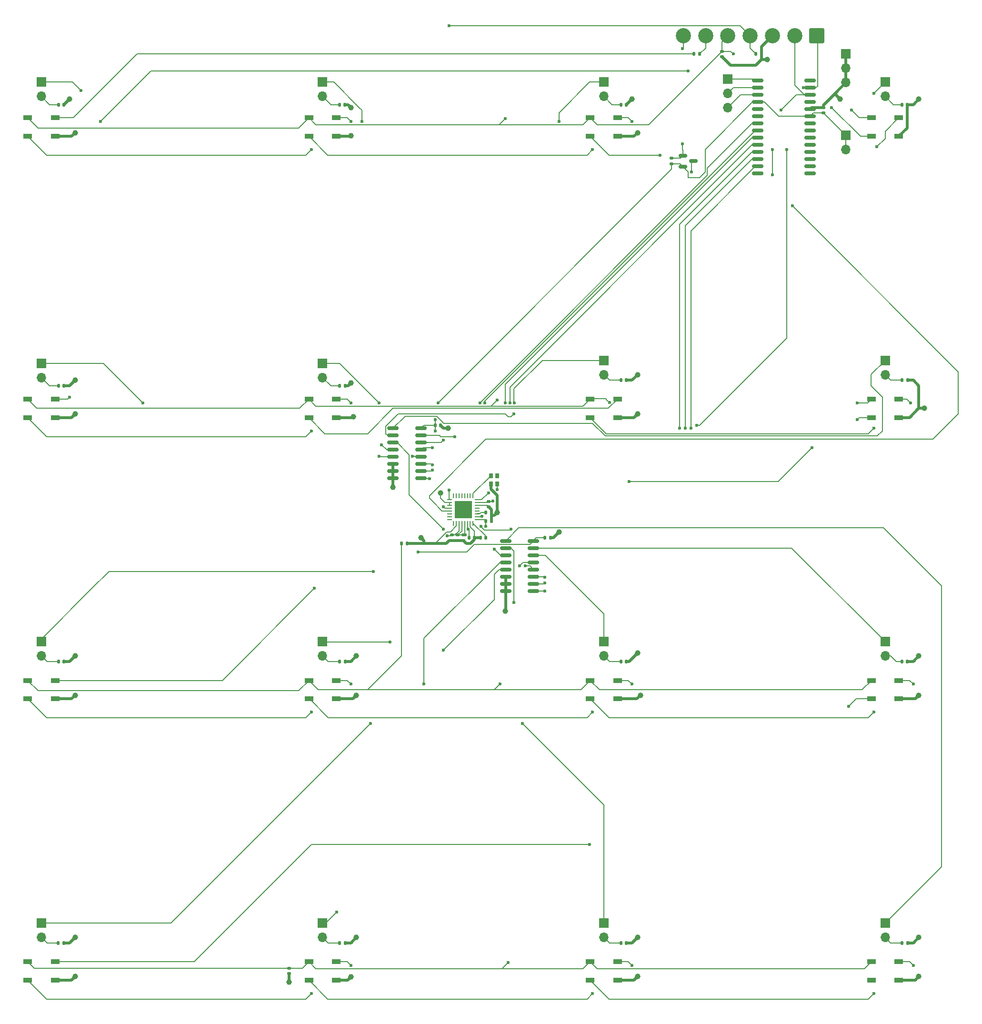
<source format=gbr>
%TF.GenerationSoftware,KiCad,Pcbnew,9.0.0*%
%TF.CreationDate,2025-03-24T06:03:53+01:00*%
%TF.ProjectId,PCB_Chessboard,5043425f-4368-4657-9373-626f6172642e,rev?*%
%TF.SameCoordinates,Original*%
%TF.FileFunction,Copper,L1,Top*%
%TF.FilePolarity,Positive*%
%FSLAX46Y46*%
G04 Gerber Fmt 4.6, Leading zero omitted, Abs format (unit mm)*
G04 Created by KiCad (PCBNEW 9.0.0) date 2025-03-24 06:03:53*
%MOMM*%
%LPD*%
G01*
G04 APERTURE LIST*
G04 Aperture macros list*
%AMRoundRect*
0 Rectangle with rounded corners*
0 $1 Rounding radius*
0 $2 $3 $4 $5 $6 $7 $8 $9 X,Y pos of 4 corners*
0 Add a 4 corners polygon primitive as box body*
4,1,4,$2,$3,$4,$5,$6,$7,$8,$9,$2,$3,0*
0 Add four circle primitives for the rounded corners*
1,1,$1+$1,$2,$3*
1,1,$1+$1,$4,$5*
1,1,$1+$1,$6,$7*
1,1,$1+$1,$8,$9*
0 Add four rect primitives between the rounded corners*
20,1,$1+$1,$2,$3,$4,$5,0*
20,1,$1+$1,$4,$5,$6,$7,0*
20,1,$1+$1,$6,$7,$8,$9,0*
20,1,$1+$1,$8,$9,$2,$3,0*%
G04 Aperture macros list end*
%TA.AperFunction,SMDPad,CuDef*%
%ADD10RoundRect,0.140000X0.140000X0.170000X-0.140000X0.170000X-0.140000X-0.170000X0.140000X-0.170000X0*%
%TD*%
%TA.AperFunction,SMDPad,CuDef*%
%ADD11RoundRect,0.140000X0.170000X-0.140000X0.170000X0.140000X-0.170000X0.140000X-0.170000X-0.140000X0*%
%TD*%
%TA.AperFunction,ComponentPad*%
%ADD12R,1.700000X1.700000*%
%TD*%
%TA.AperFunction,ComponentPad*%
%ADD13O,1.700000X1.700000*%
%TD*%
%TA.AperFunction,SMDPad,CuDef*%
%ADD14RoundRect,0.090000X-0.660000X-0.360000X0.660000X-0.360000X0.660000X0.360000X-0.660000X0.360000X0*%
%TD*%
%TA.AperFunction,SMDPad,CuDef*%
%ADD15RoundRect,0.140000X-0.140000X-0.170000X0.140000X-0.170000X0.140000X0.170000X-0.140000X0.170000X0*%
%TD*%
%TA.AperFunction,SMDPad,CuDef*%
%ADD16RoundRect,0.140000X-0.170000X0.140000X-0.170000X-0.140000X0.170000X-0.140000X0.170000X0.140000X0*%
%TD*%
%TA.AperFunction,SMDPad,CuDef*%
%ADD17RoundRect,0.150000X-0.825000X-0.150000X0.825000X-0.150000X0.825000X0.150000X-0.825000X0.150000X0*%
%TD*%
%TA.AperFunction,SMDPad,CuDef*%
%ADD18RoundRect,0.135000X0.135000X0.185000X-0.135000X0.185000X-0.135000X-0.185000X0.135000X-0.185000X0*%
%TD*%
%TA.AperFunction,ComponentPad*%
%ADD19RoundRect,0.250001X1.099999X1.099999X-1.099999X1.099999X-1.099999X-1.099999X1.099999X-1.099999X0*%
%TD*%
%TA.AperFunction,ComponentPad*%
%ADD20C,2.700000*%
%TD*%
%TA.AperFunction,SMDPad,CuDef*%
%ADD21R,0.800000X0.900000*%
%TD*%
%TA.AperFunction,SMDPad,CuDef*%
%ADD22RoundRect,0.062500X-0.375000X-0.062500X0.375000X-0.062500X0.375000X0.062500X-0.375000X0.062500X0*%
%TD*%
%TA.AperFunction,SMDPad,CuDef*%
%ADD23RoundRect,0.062500X-0.062500X-0.375000X0.062500X-0.375000X0.062500X0.375000X-0.062500X0.375000X0*%
%TD*%
%TA.AperFunction,HeatsinkPad*%
%ADD24R,3.100000X3.100000*%
%TD*%
%TA.AperFunction,SMDPad,CuDef*%
%ADD25RoundRect,0.150000X-0.587500X-0.150000X0.587500X-0.150000X0.587500X0.150000X-0.587500X0.150000X0*%
%TD*%
%TA.AperFunction,SMDPad,CuDef*%
%ADD26RoundRect,0.135000X-0.185000X0.135000X-0.185000X-0.135000X0.185000X-0.135000X0.185000X0.135000X0*%
%TD*%
%TA.AperFunction,SMDPad,CuDef*%
%ADD27RoundRect,0.150000X0.875000X0.150000X-0.875000X0.150000X-0.875000X-0.150000X0.875000X-0.150000X0*%
%TD*%
%TA.AperFunction,ViaPad*%
%ADD28C,0.600000*%
%TD*%
%TA.AperFunction,ViaPad*%
%ADD29C,1.000000*%
%TD*%
%TA.AperFunction,Conductor*%
%ADD30C,0.200000*%
%TD*%
%TA.AperFunction,Conductor*%
%ADD31C,0.500000*%
%TD*%
G04 APERTURE END LIST*
D10*
%TO.P,C17,1*%
%TO.N,GND*%
X104980000Y-100500000D03*
%TO.P,C17,2*%
%TO.N,Net-(U1-VMID)*%
X104020000Y-100500000D03*
%TD*%
D11*
%TO.P,C2,2*%
%TO.N,GND*%
X164000000Y-28520000D03*
%TO.P,C2,1*%
%TO.N,+3.3V*%
X164000000Y-29480000D03*
%TD*%
D12*
%TO.P,J17,1,Pin_1*%
%TO.N,ANT16+*%
X175000000Y-173460000D03*
D13*
%TO.P,J17,2,Pin_2*%
%TO.N,Net-(J17-Pin_2)*%
X175000000Y-176000000D03*
%TD*%
D12*
%TO.P,J4,1,Pin_1*%
%TO.N,ANT3+*%
X125000000Y-24000000D03*
D13*
%TO.P,J4,2,Pin_2*%
%TO.N,Net-(J4-Pin_2)*%
X125000000Y-26540000D03*
%TD*%
D12*
%TO.P,J18,1,Pin_1*%
%TO.N,+3.3V*%
X168000000Y-33460000D03*
D13*
%TO.P,J18,2,Pin_2*%
X168000000Y-36000000D03*
%TD*%
D14*
%TO.P,D18,1,VDD*%
%TO.N,+5V*%
X72550000Y-30350000D03*
%TO.P,D18,2,DOUT*%
%TO.N,Net-(D18-DOUT)*%
X72550000Y-33650000D03*
%TO.P,D18,3,VSS*%
%TO.N,GND*%
X77450000Y-33650000D03*
%TO.P,D18,4,DIN*%
%TO.N,Net-(D17-DOUT)*%
X77450000Y-30350000D03*
%TD*%
D15*
%TO.P,C20,1*%
%TO.N,Net-(J5-Pin_2)*%
X178000000Y-28000000D03*
%TO.P,C20,2*%
%TO.N,GND*%
X178960000Y-28000000D03*
%TD*%
D12*
%TO.P,J5,1,Pin_1*%
%TO.N,ANT4+*%
X175000000Y-24000000D03*
D13*
%TO.P,J5,2,Pin_2*%
%TO.N,Net-(J5-Pin_2)*%
X175000000Y-26540000D03*
%TD*%
D15*
%TO.P,C24,1*%
%TO.N,Net-(J9-Pin_2)*%
X178040000Y-77000000D03*
%TO.P,C24,2*%
%TO.N,GND*%
X179000000Y-77000000D03*
%TD*%
%TO.P,C27,1*%
%TO.N,Net-(J12-Pin_2)*%
X128040000Y-127000000D03*
%TO.P,C27,2*%
%TO.N,GND*%
X129000000Y-127000000D03*
%TD*%
%TO.P,C22,1*%
%TO.N,Net-(J7-Pin_2)*%
X78040000Y-78000000D03*
%TO.P,C22,2*%
%TO.N,GND*%
X79000000Y-78000000D03*
%TD*%
D12*
%TO.P,J2,1,Pin_1*%
%TO.N,ANT1+*%
X25000000Y-24000000D03*
D13*
%TO.P,J2,2,Pin_2*%
%TO.N,Net-(J2-Pin_2)*%
X25000000Y-26540000D03*
%TD*%
D15*
%TO.P,C32,1*%
%TO.N,Net-(J17-Pin_2)*%
X178040000Y-177000000D03*
%TO.P,C32,2*%
%TO.N,GND*%
X179000000Y-177000000D03*
%TD*%
D16*
%TO.P,C9,1*%
%TO.N,+5V*%
X146000000Y-18520000D03*
%TO.P,C9,2*%
%TO.N,GND*%
X146000000Y-19480000D03*
%TD*%
D17*
%TO.P,U5,1,X7*%
%TO.N,ANT8+*%
X87525000Y-85555000D03*
%TO.P,U5,2,X6*%
%TO.N,ANT7+*%
X87525000Y-86825000D03*
%TO.P,U5,3,COM*%
%TO.N,CLRC663.TX1*%
X87525000Y-88095000D03*
%TO.P,U5,4,X5*%
%TO.N,ANT6+*%
X87525000Y-89365000D03*
%TO.P,U5,5,X4*%
%TO.N,ANT5+*%
X87525000Y-90635000D03*
%TO.P,U5,6,INH*%
%TO.N,GND*%
X87525000Y-91905000D03*
%TO.P,U5,7,VEE*%
X87525000Y-93175000D03*
%TO.P,U5,8,VSS*%
X87525000Y-94445000D03*
%TO.P,U5,9,C*%
%TO.N,MCP23017.GPA2*%
X92475000Y-94445000D03*
%TO.P,U5,10,B*%
%TO.N,MCP23017.GPA1*%
X92475000Y-93175000D03*
%TO.P,U5,11,A*%
%TO.N,MCP23017.GPA0*%
X92475000Y-91905000D03*
%TO.P,U5,12,X0*%
%TO.N,ANT1+*%
X92475000Y-90635000D03*
%TO.P,U5,13,X1*%
%TO.N,ANT2+*%
X92475000Y-89365000D03*
%TO.P,U5,14,X2*%
%TO.N,ANT3+*%
X92475000Y-88095000D03*
%TO.P,U5,15,X3*%
%TO.N,ANT4+*%
X92475000Y-86825000D03*
%TO.P,U5,16,VCC*%
%TO.N,+3.3V*%
X92475000Y-85555000D03*
%TD*%
D12*
%TO.P,J9,1,Pin_1*%
%TO.N,ANT8+*%
X175000000Y-73460000D03*
D13*
%TO.P,J9,2,Pin_2*%
%TO.N,Net-(J9-Pin_2)*%
X175000000Y-76000000D03*
%TD*%
D14*
%TO.P,D19,1,VDD*%
%TO.N,+5V*%
X122550000Y-30350000D03*
%TO.P,D19,2,DOUT*%
%TO.N,Net-(D19-DOUT)*%
X122550000Y-33650000D03*
%TO.P,D19,3,VSS*%
%TO.N,GND*%
X127450000Y-33650000D03*
%TO.P,D19,4,DIN*%
%TO.N,Net-(D18-DOUT)*%
X127450000Y-30350000D03*
%TD*%
D15*
%TO.P,C7,1*%
%TO.N,+5V*%
X89040000Y-106000000D03*
%TO.P,C7,2*%
%TO.N,GND*%
X90000000Y-106000000D03*
%TD*%
%TO.P,C6,1*%
%TO.N,Net-(J4-Pin_2)*%
X128040000Y-28000000D03*
%TO.P,C6,2*%
%TO.N,GND*%
X129000000Y-28000000D03*
%TD*%
D12*
%TO.P,J7,1,Pin_1*%
%TO.N,ANT6+*%
X75000000Y-74000000D03*
D13*
%TO.P,J7,2,Pin_2*%
%TO.N,Net-(J7-Pin_2)*%
X75000000Y-76540000D03*
%TD*%
D14*
%TO.P,D17,1,VDD*%
%TO.N,+5V*%
X22550000Y-30350000D03*
%TO.P,D17,2,DOUT*%
%TO.N,Net-(D17-DOUT)*%
X22550000Y-33650000D03*
%TO.P,D17,3,VSS*%
%TO.N,GND*%
X27450000Y-33650000D03*
%TO.P,D17,4,DIN*%
%TO.N,Net-(D17-DIN)*%
X27450000Y-30350000D03*
%TD*%
%TO.P,D30,1,VDD*%
%TO.N,+5V*%
X72550000Y-180350000D03*
%TO.P,D30,2,DOUT*%
%TO.N,Net-(D30-DOUT)*%
X72550000Y-183650000D03*
%TO.P,D30,3,VSS*%
%TO.N,GND*%
X77450000Y-183650000D03*
%TO.P,D30,4,DIN*%
%TO.N,Net-(D29-DOUT)*%
X77450000Y-180350000D03*
%TD*%
D12*
%TO.P,J19,1,Pin_1*%
%TO.N,GND*%
X168000000Y-19000000D03*
D13*
%TO.P,J19,2,Pin_2*%
X168000000Y-21540000D03*
%TO.P,J19,3,Pin_3*%
X168000000Y-24080000D03*
%TD*%
D10*
%TO.P,C10,1*%
%TO.N,GND*%
X115480000Y-105000000D03*
%TO.P,C10,2*%
%TO.N,+3.3V*%
X114520000Y-105000000D03*
%TD*%
D18*
%TO.P,R2,1*%
%TO.N,LED.DIN*%
X142020000Y-19000000D03*
%TO.P,R2,2*%
%TO.N,Net-(D17-DIN)*%
X141000000Y-19000000D03*
%TD*%
D14*
%TO.P,D20,1,VDD*%
%TO.N,+5V*%
X172550000Y-30350000D03*
%TO.P,D20,2,DOUT*%
%TO.N,Net-(D20-DOUT)*%
X172550000Y-33650000D03*
%TO.P,D20,3,VSS*%
%TO.N,GND*%
X177450000Y-33650000D03*
%TO.P,D20,4,DIN*%
%TO.N,Net-(D19-DOUT)*%
X177450000Y-30350000D03*
%TD*%
%TO.P,D27,1,VDD*%
%TO.N,+5V*%
X122550000Y-130350000D03*
%TO.P,D27,2,DOUT*%
%TO.N,Net-(D27-DOUT)*%
X122550000Y-133650000D03*
%TO.P,D27,3,VSS*%
%TO.N,GND*%
X127450000Y-133650000D03*
%TO.P,D27,4,DIN*%
%TO.N,Net-(D26-DOUT)*%
X127450000Y-130350000D03*
%TD*%
D12*
%TO.P,J11,1,Pin_1*%
%TO.N,ANT10+*%
X75000000Y-123460000D03*
D13*
%TO.P,J11,2,Pin_2*%
%TO.N,Net-(J11-Pin_2)*%
X75000000Y-126000000D03*
%TD*%
D12*
%TO.P,J12,1,Pin_1*%
%TO.N,ANT11+*%
X125000000Y-123460000D03*
D13*
%TO.P,J12,2,Pin_2*%
%TO.N,Net-(J12-Pin_2)*%
X125000000Y-126000000D03*
%TD*%
D14*
%TO.P,D29,1,VDD*%
%TO.N,+5V*%
X22550000Y-180350000D03*
%TO.P,D29,2,DOUT*%
%TO.N,Net-(D29-DOUT)*%
X22550000Y-183650000D03*
%TO.P,D29,3,VSS*%
%TO.N,GND*%
X27450000Y-183650000D03*
%TO.P,D29,4,DIN*%
%TO.N,Net-(D28-DOUT)*%
X27450000Y-180350000D03*
%TD*%
D12*
%TO.P,J10,1,Pin_1*%
%TO.N,ANT9+*%
X25000000Y-123460000D03*
D13*
%TO.P,J10,2,Pin_2*%
%TO.N,Net-(J10-Pin_2)*%
X25000000Y-126000000D03*
%TD*%
D12*
%TO.P,J15,1,Pin_1*%
%TO.N,ANT14+*%
X75000000Y-173460000D03*
D13*
%TO.P,J15,2,Pin_2*%
%TO.N,Net-(J15-Pin_2)*%
X75000000Y-176000000D03*
%TD*%
D11*
%TO.P,C13,1*%
%TO.N,GND*%
X100000000Y-105480000D03*
%TO.P,C13,2*%
%TO.N,CLRC663.ALIM*%
X100000000Y-104520000D03*
%TD*%
D15*
%TO.P,C5,1*%
%TO.N,Net-(J3-Pin_2)*%
X78000000Y-28000000D03*
%TO.P,C5,2*%
%TO.N,GND*%
X78960000Y-28000000D03*
%TD*%
D19*
%TO.P,JQ1,1,Pin_1*%
%TO.N,SDA*%
X162880000Y-15775000D03*
D20*
%TO.P,JQ1,2,Pin_2*%
%TO.N,SCL*%
X158920000Y-15775000D03*
%TO.P,JQ1,3,Pin_3*%
%TO.N,GND*%
X154960000Y-15775000D03*
%TO.P,JQ1,4,Pin_4*%
%TO.N,+3.3V*%
X151000000Y-15775000D03*
%TO.P,JQ1,5,Pin_5*%
%TO.N,+5V*%
X147040000Y-15775000D03*
%TO.P,JQ1,6,Pin_6*%
%TO.N,LED.DIN*%
X143080000Y-15775000D03*
%TO.P,JQ1,7,Pin_7*%
%TO.N,GPIOXX*%
X139120000Y-15775000D03*
%TD*%
D14*
%TO.P,D23,1,VDD*%
%TO.N,+5V*%
X122550000Y-80350000D03*
%TO.P,D23,2,DOUT*%
%TO.N,Net-(D23-DOUT)*%
X122550000Y-83650000D03*
%TO.P,D23,3,VSS*%
%TO.N,GND*%
X127450000Y-83650000D03*
%TO.P,D23,4,DIN*%
%TO.N,Net-(D22-DOUT)*%
X127450000Y-80350000D03*
%TD*%
D12*
%TO.P,J20,1,Pin_1*%
%TO.N,MCP23017.A0*%
X147000000Y-23475000D03*
D13*
%TO.P,J20,2,Pin_2*%
%TO.N,MCP23017.A1*%
X147000000Y-26015000D03*
%TO.P,J20,3,Pin_3*%
%TO.N,MCP23017.A2*%
X147000000Y-28555000D03*
%TD*%
D11*
%TO.P,C11,1*%
%TO.N,GND*%
X98000000Y-105480000D03*
%TO.P,C11,2*%
%TO.N,CLRC663.ALIM*%
X98000000Y-104520000D03*
%TD*%
D14*
%TO.P,D22,1,VDD*%
%TO.N,+5V*%
X72550000Y-80350000D03*
%TO.P,D22,2,DOUT*%
%TO.N,Net-(D22-DOUT)*%
X72550000Y-83650000D03*
%TO.P,D22,3,VSS*%
%TO.N,GND*%
X77450000Y-83650000D03*
%TO.P,D22,4,DIN*%
%TO.N,Net-(D21-DOUT)*%
X77450000Y-80350000D03*
%TD*%
%TO.P,D26,1,VDD*%
%TO.N,+5V*%
X72550000Y-130350000D03*
%TO.P,D26,2,DOUT*%
%TO.N,Net-(D26-DOUT)*%
X72550000Y-133650000D03*
%TO.P,D26,3,VSS*%
%TO.N,GND*%
X77450000Y-133650000D03*
%TO.P,D26,4,DIN*%
%TO.N,Net-(D25-DOUT)*%
X77450000Y-130350000D03*
%TD*%
D15*
%TO.P,C28,1*%
%TO.N,Net-(J13-Pin_2)*%
X178000000Y-127000000D03*
%TO.P,C28,2*%
%TO.N,GND*%
X178960000Y-127000000D03*
%TD*%
D16*
%TO.P,C8,1*%
%TO.N,+5V*%
X69000000Y-181520000D03*
%TO.P,C8,2*%
%TO.N,GND*%
X69000000Y-182480000D03*
%TD*%
D12*
%TO.P,J16,1,Pin_1*%
%TO.N,ANT15+*%
X125000000Y-173460000D03*
D13*
%TO.P,J16,2,Pin_2*%
%TO.N,Net-(J16-Pin_2)*%
X125000000Y-176000000D03*
%TD*%
D15*
%TO.P,C31,1*%
%TO.N,Net-(J16-Pin_2)*%
X128040000Y-177000000D03*
%TO.P,C31,2*%
%TO.N,GND*%
X129000000Y-177000000D03*
%TD*%
%TO.P,C29,1*%
%TO.N,Net-(J14-Pin_2)*%
X28000000Y-177000000D03*
%TO.P,C29,2*%
%TO.N,GND*%
X28960000Y-177000000D03*
%TD*%
D10*
%TO.P,C3,1*%
%TO.N,GND*%
X153000000Y-19000000D03*
%TO.P,C3,2*%
%TO.N,+3.3V*%
X152040000Y-19000000D03*
%TD*%
%TO.P,C15,1*%
%TO.N,GND*%
X105000000Y-102000000D03*
%TO.P,C15,2*%
%TO.N,CLRC663.ALIM*%
X104040000Y-102000000D03*
%TD*%
D12*
%TO.P,J8,1,Pin_1*%
%TO.N,ANT7+*%
X125000000Y-73460000D03*
D13*
%TO.P,J8,2,Pin_2*%
%TO.N,Net-(J8-Pin_2)*%
X125000000Y-76000000D03*
%TD*%
D14*
%TO.P,D21,1,VDD*%
%TO.N,+5V*%
X22550000Y-80350000D03*
%TO.P,D21,2,DOUT*%
%TO.N,Net-(D21-DOUT)*%
X22550000Y-83650000D03*
%TO.P,D21,3,VSS*%
%TO.N,GND*%
X27450000Y-83650000D03*
%TO.P,D21,4,DIN*%
%TO.N,Net-(D20-DOUT)*%
X27450000Y-80350000D03*
%TD*%
%TO.P,D25,1,VDD*%
%TO.N,+5V*%
X22550000Y-130350000D03*
%TO.P,D25,2,DOUT*%
%TO.N,Net-(D25-DOUT)*%
X22550000Y-133650000D03*
%TO.P,D25,3,VSS*%
%TO.N,GND*%
X27450000Y-133650000D03*
%TO.P,D25,4,DIN*%
%TO.N,Net-(D24-DOUT)*%
X27450000Y-130350000D03*
%TD*%
D15*
%TO.P,C16,1*%
%TO.N,GND*%
X103040000Y-105000000D03*
%TO.P,C16,2*%
%TO.N,Net-(U1-TX2)*%
X104000000Y-105000000D03*
%TD*%
D12*
%TO.P,J3,1,Pin_1*%
%TO.N,ANT2+*%
X75000000Y-24000000D03*
D13*
%TO.P,J3,2,Pin_2*%
%TO.N,Net-(J3-Pin_2)*%
X75000000Y-26540000D03*
%TD*%
D14*
%TO.P,D24,1,VDD*%
%TO.N,+5V*%
X172550000Y-80350000D03*
%TO.P,D24,2,DOUT*%
%TO.N,Net-(D24-DOUT)*%
X172550000Y-83650000D03*
%TO.P,D24,3,VSS*%
%TO.N,GND*%
X177450000Y-83650000D03*
%TO.P,D24,4,DIN*%
%TO.N,Net-(D23-DOUT)*%
X177450000Y-80350000D03*
%TD*%
%TO.P,D31,1,VDD*%
%TO.N,+5V*%
X122550000Y-180350000D03*
%TO.P,D31,2,DOUT*%
%TO.N,Net-(D31-DOUT)*%
X122550000Y-183650000D03*
%TO.P,D31,3,VSS*%
%TO.N,GND*%
X127450000Y-183650000D03*
%TO.P,D31,4,DIN*%
%TO.N,Net-(D30-DOUT)*%
X127450000Y-180350000D03*
%TD*%
%TO.P,D32,1,VDD*%
%TO.N,+5V*%
X172550000Y-180350000D03*
%TO.P,D32,2,DOUT*%
%TO.N,unconnected-(D32-DOUT-Pad2)*%
X172550000Y-183650000D03*
%TO.P,D32,3,VSS*%
%TO.N,GND*%
X177450000Y-183650000D03*
%TO.P,D32,4,DIN*%
%TO.N,Net-(D31-DOUT)*%
X177450000Y-180350000D03*
%TD*%
D12*
%TO.P,J6,1,Pin_1*%
%TO.N,ANT5+*%
X25000000Y-74000000D03*
D13*
%TO.P,J6,2,Pin_2*%
%TO.N,Net-(J6-Pin_2)*%
X25000000Y-76540000D03*
%TD*%
D17*
%TO.P,U7,1,X7*%
%TO.N,ANT16+*%
X107525000Y-105555000D03*
%TO.P,U7,2,X6*%
%TO.N,ANT15+*%
X107525000Y-106825000D03*
%TO.P,U7,3,COM*%
%TO.N,CLRC663.RX*%
X107525000Y-108095000D03*
%TO.P,U7,4,X5*%
%TO.N,ANT14+*%
X107525000Y-109365000D03*
%TO.P,U7,5,X4*%
%TO.N,ANT13+*%
X107525000Y-110635000D03*
%TO.P,U7,6,INH*%
%TO.N,GND*%
X107525000Y-111905000D03*
%TO.P,U7,7,VEE*%
X107525000Y-113175000D03*
%TO.P,U7,8,VSS*%
X107525000Y-114445000D03*
%TO.P,U7,9,C*%
%TO.N,MCP23017.GPA6*%
X112475000Y-114445000D03*
%TO.P,U7,10,B*%
%TO.N,MCP23017.GPA5*%
X112475000Y-113175000D03*
%TO.P,U7,11,A*%
%TO.N,MCP23017.GPA4*%
X112475000Y-111905000D03*
%TO.P,U7,12,X0*%
%TO.N,ANT9+*%
X112475000Y-110635000D03*
%TO.P,U7,13,X1*%
%TO.N,ANT10+*%
X112475000Y-109365000D03*
%TO.P,U7,14,X2*%
%TO.N,ANT11+*%
X112475000Y-108095000D03*
%TO.P,U7,15,X3*%
%TO.N,ANT12+*%
X112475000Y-106825000D03*
%TO.P,U7,16,VCC*%
%TO.N,+3.3V*%
X112475000Y-105555000D03*
%TD*%
D10*
%TO.P,C1,1*%
%TO.N,GND*%
X95960000Y-85000000D03*
%TO.P,C1,2*%
%TO.N,+3.3V*%
X95000000Y-85000000D03*
%TD*%
D12*
%TO.P,J13,1,Pin_1*%
%TO.N,ANT12+*%
X175000000Y-123460000D03*
D13*
%TO.P,J13,2,Pin_2*%
%TO.N,Net-(J13-Pin_2)*%
X175000000Y-126000000D03*
%TD*%
D11*
%TO.P,C14,1*%
%TO.N,GND*%
X104480000Y-99480000D03*
%TO.P,C14,2*%
%TO.N,CLRC663.ALIM*%
X104480000Y-98520000D03*
%TD*%
D15*
%TO.P,C4,1*%
%TO.N,Net-(J2-Pin_2)*%
X28040000Y-28000000D03*
%TO.P,C4,2*%
%TO.N,GND*%
X29000000Y-28000000D03*
%TD*%
D12*
%TO.P,J14,1,Pin_1*%
%TO.N,ANT13+*%
X25000000Y-173460000D03*
D13*
%TO.P,J14,2,Pin_2*%
%TO.N,Net-(J14-Pin_2)*%
X25000000Y-176000000D03*
%TD*%
D15*
%TO.P,C21,1*%
%TO.N,Net-(J6-Pin_2)*%
X28040000Y-78000000D03*
%TO.P,C21,2*%
%TO.N,GND*%
X29000000Y-78000000D03*
%TD*%
D21*
%TO.P,Y2,1,1*%
%TO.N,Net-(U1-XTAL2)*%
X104900000Y-94000000D03*
%TO.P,Y2,2,2*%
%TO.N,GND*%
X104900000Y-95400000D03*
%TO.P,Y2,3,3*%
%TO.N,Net-(U1-XTAL1)*%
X106000000Y-95400000D03*
%TO.P,Y2,4*%
%TO.N,N/C*%
X106000000Y-94000000D03*
%TD*%
D15*
%TO.P,C25,1*%
%TO.N,Net-(J10-Pin_2)*%
X28040000Y-127000000D03*
%TO.P,C25,2*%
%TO.N,GND*%
X29000000Y-127000000D03*
%TD*%
D11*
%TO.P,C12,1*%
%TO.N,GND*%
X99000000Y-105480000D03*
%TO.P,C12,2*%
%TO.N,CLRC663.ALIM*%
X99000000Y-104520000D03*
%TD*%
D14*
%TO.P,D28,1,VDD*%
%TO.N,+5V*%
X172550000Y-130350000D03*
%TO.P,D28,2,DOUT*%
%TO.N,Net-(D28-DOUT)*%
X172550000Y-133650000D03*
%TO.P,D28,3,VSS*%
%TO.N,GND*%
X177450000Y-133650000D03*
%TO.P,D28,4,DIN*%
%TO.N,Net-(D27-DOUT)*%
X177450000Y-130350000D03*
%TD*%
D22*
%TO.P,U1,1,IRQ*%
%TO.N,MCP23017.GPA3*%
X97562500Y-98250000D03*
%TO.P,U1,2,IFSEL0*%
%TO.N,GND*%
X97562500Y-98750000D03*
%TO.P,U1,3,IFSEL1*%
X97562500Y-99250000D03*
%TO.P,U1,4,IF0/SDA*%
%TO.N,SDA*%
X97562500Y-99750000D03*
%TO.P,U1,5,IF1/SCL*%
%TO.N,SCL*%
X97562500Y-100250000D03*
%TO.P,U1,6,IF2*%
%TO.N,unconnected-(U1-IF2-Pad6)*%
X97562500Y-100750000D03*
%TO.P,U1,7,IF3*%
%TO.N,unconnected-(U1-IF3-Pad7)*%
X97562500Y-101250000D03*
%TO.P,U1,8,SIGIN*%
%TO.N,unconnected-(U1-SIGIN-Pad8)*%
X97562500Y-101750000D03*
D23*
%TO.P,U1,9,SIGOUT*%
%TO.N,unconnected-(U1-SIGOUT-Pad9)*%
X98250000Y-102437500D03*
%TO.P,U1,10,VSS*%
%TO.N,GND*%
X98750000Y-102437500D03*
%TO.P,U1,11,VDD*%
%TO.N,CLRC663.ALIM*%
X99250000Y-102437500D03*
%TO.P,U1,12,PVDD*%
X99750000Y-102437500D03*
%TO.P,U1,13,TVDD*%
X100250000Y-102437500D03*
%TO.P,U1,14,TX1*%
%TO.N,CLRC663.TX1*%
X100750000Y-102437500D03*
%TO.P,U1,15,TVSS*%
%TO.N,GND*%
X101250000Y-102437500D03*
%TO.P,U1,16,TX2*%
%TO.N,Net-(U1-TX2)*%
X101750000Y-102437500D03*
D22*
%TO.P,U1,17,TVDD*%
%TO.N,CLRC663.ALIM*%
X102437500Y-101750000D03*
%TO.P,U1,18,RX*%
%TO.N,CLRC663.RX*%
X102437500Y-101250000D03*
%TO.P,U1,19,VMID*%
%TO.N,Net-(U1-VMID)*%
X102437500Y-100750000D03*
%TO.P,U1,20,AUX1*%
%TO.N,unconnected-(U1-AUX1-Pad20)*%
X102437500Y-100250000D03*
%TO.P,U1,21,AUX2*%
%TO.N,unconnected-(U1-AUX2-Pad21)*%
X102437500Y-99750000D03*
%TO.P,U1,22,VSS*%
%TO.N,GND*%
X102437500Y-99250000D03*
%TO.P,U1,23,VDD*%
%TO.N,CLRC663.ALIM*%
X102437500Y-98750000D03*
%TO.P,U1,24,XTAL1*%
%TO.N,Net-(U1-XTAL1)*%
X102437500Y-98250000D03*
D23*
%TO.P,U1,25,XTAL2*%
%TO.N,Net-(U1-XTAL2)*%
X101750000Y-97562500D03*
%TO.P,U1,26,TEST1*%
%TO.N,unconnected-(U1-TEST1-Pad26)*%
X101250000Y-97562500D03*
%TO.P,U1,27,TEST2*%
%TO.N,unconnected-(U1-TEST2-Pad27)*%
X100750000Y-97562500D03*
%TO.P,U1,28,TEST3*%
%TO.N,unconnected-(U1-TEST3-Pad28)*%
X100250000Y-97562500D03*
%TO.P,U1,29,TEST4*%
%TO.N,unconnected-(U1-TEST4-Pad29)*%
X99750000Y-97562500D03*
%TO.P,U1,30,TEST5*%
%TO.N,unconnected-(U1-TEST5-Pad30)*%
X99250000Y-97562500D03*
%TO.P,U1,31,TEST6*%
%TO.N,unconnected-(U1-TEST6-Pad31)*%
X98750000Y-97562500D03*
%TO.P,U1,32,TEST7*%
%TO.N,unconnected-(U1-TEST7-Pad32)*%
X98250000Y-97562500D03*
D24*
%TO.P,U1,33*%
%TO.N,N/C*%
X100000000Y-100000000D03*
%TD*%
D10*
%TO.P,C33,1*%
%TO.N,GND*%
X102000000Y-105000000D03*
%TO.P,C33,2*%
%TO.N,CLRC663.TX1*%
X101040000Y-105000000D03*
%TD*%
D15*
%TO.P,C30,1*%
%TO.N,Net-(J15-Pin_2)*%
X78040000Y-177000000D03*
%TO.P,C30,2*%
%TO.N,GND*%
X79000000Y-177000000D03*
%TD*%
%TO.P,C26,1*%
%TO.N,Net-(J11-Pin_2)*%
X78040000Y-127000000D03*
%TO.P,C26,2*%
%TO.N,GND*%
X79000000Y-127000000D03*
%TD*%
D25*
%TO.P,Q1,1,G*%
%TO.N,GPIOXX*%
X139062500Y-37100000D03*
%TO.P,Q1,2,S*%
%TO.N,+3.3V*%
X139062500Y-39000000D03*
%TO.P,Q1,3,D*%
%TO.N,CLRC663.ALIM*%
X140937500Y-38050000D03*
%TD*%
D26*
%TO.P,R1,1*%
%TO.N,GPIOXX*%
X137000000Y-37490000D03*
%TO.P,R1,2*%
%TO.N,+3.3V*%
X137000000Y-38510000D03*
%TD*%
D15*
%TO.P,C23,1*%
%TO.N,Net-(J8-Pin_2)*%
X128040000Y-77000000D03*
%TO.P,C23,2*%
%TO.N,GND*%
X129000000Y-77000000D03*
%TD*%
D27*
%TO.P,U3,28,GPA7*%
%TO.N,unconnected-(U3-GPA7-Pad28)*%
X152350000Y-40255000D03*
%TO.P,U3,27,GPA6*%
%TO.N,MCP23017.GPA6*%
X152350000Y-38985000D03*
%TO.P,U3,26,GPA5*%
%TO.N,MCP23017.GPA5*%
X152350000Y-37715000D03*
%TO.P,U3,25,GPA4*%
%TO.N,MCP23017.GPA4*%
X152350000Y-36445000D03*
%TO.P,U3,24,GPA3*%
%TO.N,MCP23017.GPA3*%
X152350000Y-35175000D03*
%TO.P,U3,23,GPA2*%
%TO.N,MCP23017.GPA2*%
X152350000Y-33905000D03*
%TO.P,U3,22,GPA1*%
%TO.N,MCP23017.GPA1*%
X152350000Y-32635000D03*
%TO.P,U3,21,GPA0*%
%TO.N,MCP23017.GPA0*%
X152350000Y-31365000D03*
%TO.P,U3,20,INTA*%
%TO.N,unconnected-(U3-INTA-Pad20)*%
X152350000Y-30095000D03*
%TO.P,U3,19,INTB*%
%TO.N,unconnected-(U3-INTB-Pad19)*%
X152350000Y-28825000D03*
%TO.P,U3,18,~{RESET}*%
%TO.N,+3.3V*%
X152350000Y-27555000D03*
%TO.P,U3,17,A2*%
%TO.N,MCP23017.A2*%
X152350000Y-26285000D03*
%TO.P,U3,16,A1*%
%TO.N,MCP23017.A1*%
X152350000Y-25015000D03*
%TO.P,U3,15,A0*%
%TO.N,MCP23017.A0*%
X152350000Y-23745000D03*
%TO.P,U3,14,NC*%
%TO.N,unconnected-(U3-NC-Pad14)*%
X161650000Y-23745000D03*
%TO.P,U3,13,SDA*%
%TO.N,SDA*%
X161650000Y-25015000D03*
%TO.P,U3,12,SCK*%
%TO.N,SCL*%
X161650000Y-26285000D03*
%TO.P,U3,11,NC*%
%TO.N,unconnected-(U3-NC-Pad11)*%
X161650000Y-27555000D03*
%TO.P,U3,10,VSS*%
%TO.N,GND*%
X161650000Y-28825000D03*
%TO.P,U3,9,VDD*%
%TO.N,+3.3V*%
X161650000Y-30095000D03*
%TO.P,U3,8,GPB7*%
%TO.N,unconnected-(U3-GPB7-Pad8)*%
X161650000Y-31365000D03*
%TO.P,U3,7,GPB6*%
%TO.N,unconnected-(U3-GPB6-Pad7)*%
X161650000Y-32635000D03*
%TO.P,U3,6,GPB5*%
%TO.N,unconnected-(U3-GPB5-Pad6)*%
X161650000Y-33905000D03*
%TO.P,U3,5,GPB4*%
%TO.N,unconnected-(U3-GPB4-Pad5)*%
X161650000Y-35175000D03*
%TO.P,U3,4,GPB3*%
%TO.N,unconnected-(U3-GPB3-Pad4)*%
X161650000Y-36445000D03*
%TO.P,U3,3,GPB2*%
%TO.N,unconnected-(U3-GPB2-Pad3)*%
X161650000Y-37715000D03*
%TO.P,U3,2,GPB1*%
%TO.N,unconnected-(U3-GPB1-Pad2)*%
X161650000Y-38985000D03*
%TO.P,U3,1,GPB0*%
%TO.N,unconnected-(U3-GPB0-Pad1)*%
X161650000Y-40255000D03*
%TD*%
D28*
%TO.N,+3.3V*%
X97500000Y-14000000D03*
%TO.N,CLRC663.RX*%
X108500000Y-103500000D03*
X103175734Y-102975737D03*
X103335554Y-101150000D03*
X105500000Y-107000000D03*
%TO.N,CLRC663.ALIM*%
X104000000Y-103000000D03*
X100385017Y-104448770D03*
D29*
%TO.N,GND*%
X96000000Y-97000000D03*
D28*
%TO.N,CLRC663.ALIM*%
X97174265Y-104674265D03*
%TO.N,Net-(D24-DOUT)*%
X162000000Y-89000000D03*
X129500000Y-95000000D03*
X73500000Y-114000000D03*
X170000000Y-84000000D03*
%TO.N,Net-(D28-DOUT)*%
X168500000Y-135000000D03*
X122500000Y-159500000D03*
%TO.N,Net-(D20-DOUT)*%
X30000000Y-80000000D03*
X35500000Y-31000000D03*
X140000000Y-22000000D03*
X165500000Y-28500000D03*
%TO.N,SCL*%
X155000000Y-40500000D03*
X158500000Y-46000000D03*
X155000000Y-36000000D03*
X156500000Y-29000000D03*
%TO.N,ANT15+*%
X110500000Y-138000000D03*
X109000000Y-116500000D03*
%TO.N,ANT14+*%
X77500000Y-171500000D03*
X93000000Y-131000000D03*
D29*
%TO.N,GND*%
X107500000Y-118000000D03*
D28*
%TO.N,ANT13+*%
X96500000Y-125000000D03*
X83500000Y-138000000D03*
%TO.N,ANT9+*%
X111000000Y-110000000D03*
X84000000Y-111000000D03*
%TO.N,ANT10+*%
X110000000Y-110000000D03*
%TO.N,+3.3V*%
X92000000Y-107500000D03*
X95000000Y-86000000D03*
D29*
%TO.N,GND*%
X117000000Y-104000000D03*
D28*
%TO.N,CLRC663.ALIM*%
X105250000Y-98500000D03*
X140600000Y-40000000D03*
%TO.N,CLRC663.TX1*%
X100850000Y-103500000D03*
X96500000Y-103500000D03*
D29*
%TO.N,GND*%
X87500000Y-96000000D03*
X97300000Y-85500000D03*
D28*
%TO.N,ANT6+*%
X85500000Y-88500000D03*
X85000000Y-81000000D03*
%TO.N,ANT7+*%
X109000000Y-83000000D03*
X109100006Y-81000000D03*
D29*
%TO.N,GND*%
X131500000Y-133000000D03*
X131000000Y-125500000D03*
D28*
%TO.N,ANT10+*%
X87000000Y-123500000D03*
%TO.N,Net-(U1-XTAL1)*%
X104494669Y-97005331D03*
X106055331Y-96444669D03*
D29*
%TO.N,GND*%
X106000000Y-100500000D03*
X92500000Y-105000000D03*
D28*
%TO.N,ANT5+*%
X85000000Y-90500000D03*
X43000000Y-81000000D03*
%TO.N,ANT3+*%
X96500000Y-87600000D03*
X117000000Y-31000000D03*
D29*
%TO.N,GND*%
X80000000Y-33500000D03*
X80000000Y-28500000D03*
D28*
%TO.N,ANT2+*%
X94500000Y-89000000D03*
X82000000Y-31000000D03*
%TO.N,ANT1+*%
X91000000Y-90500000D03*
%TO.N,ANT4+*%
X98500000Y-87000000D03*
X173000000Y-26000000D03*
%TO.N,SDA*%
X96500000Y-99500000D03*
X141500000Y-85000000D03*
%TO.N,MCP23017.GPA6*%
X114500000Y-114500000D03*
X140500000Y-85500000D03*
%TO.N,MCP23017.GPA5*%
X114500000Y-113000000D03*
X139500000Y-85500000D03*
%TO.N,MCP23017.GPA4*%
X114500000Y-112000000D03*
X138500000Y-85500000D03*
%TO.N,MCP23017.GPA3*%
X97500000Y-96500000D03*
X108300003Y-81000000D03*
%TO.N,MCP23017.GPA2*%
X94000000Y-94500000D03*
X107500000Y-81000000D03*
%TO.N,MCP23017.GPA0*%
X94500000Y-92000000D03*
X103000000Y-81000000D03*
%TO.N,+3.3V*%
X95500000Y-81000000D03*
X95000000Y-84000000D03*
D29*
%TO.N,GND*%
X131000000Y-33000000D03*
D28*
%TO.N,+5V*%
X107500000Y-30500000D03*
X106000000Y-80500000D03*
X108000000Y-180500000D03*
X106500000Y-131000000D03*
X125975735Y-80975735D03*
X170000000Y-81000000D03*
%TO.N,Net-(D23-DOUT)*%
X179500000Y-81000000D03*
X173000000Y-85500000D03*
D29*
%TO.N,GND*%
X131000000Y-76000000D03*
X131000000Y-83000000D03*
X80000000Y-77500000D03*
X80500000Y-83500000D03*
X181000000Y-126000000D03*
X181000000Y-133000000D03*
D28*
%TO.N,Net-(D27-DOUT)*%
X180000000Y-131000000D03*
X173000000Y-136000000D03*
%TO.N,Net-(D26-DOUT)*%
X130000000Y-131000000D03*
X123000000Y-136000000D03*
D29*
%TO.N,GND*%
X81000000Y-126000000D03*
X81000000Y-133000000D03*
X181000000Y-176000000D03*
X181000000Y-183000000D03*
D28*
%TO.N,Net-(D31-DOUT)*%
X180000000Y-181000000D03*
X173000000Y-186000000D03*
D29*
%TO.N,GND*%
X31000000Y-77000000D03*
X31000000Y-83000000D03*
X31000000Y-126000000D03*
X31000000Y-133000000D03*
X131000000Y-176000000D03*
X131000000Y-183000000D03*
D28*
%TO.N,Net-(D30-DOUT)*%
X130000000Y-181000000D03*
X123000000Y-186000000D03*
D29*
%TO.N,GND*%
X69000000Y-184000000D03*
X31000000Y-183000000D03*
X31000000Y-176000000D03*
X81000000Y-176000000D03*
X80065686Y-183065686D03*
D28*
%TO.N,Net-(D29-DOUT)*%
X80000000Y-181000000D03*
X73000000Y-186000000D03*
%TO.N,Net-(D25-DOUT)*%
X80000000Y-131000000D03*
X73000000Y-136000000D03*
%TO.N,Net-(D21-DOUT)*%
X80000000Y-81000000D03*
X73000000Y-86000000D03*
D29*
%TO.N,GND*%
X182000000Y-82000000D03*
D28*
%TO.N,GPIOXX*%
X139000000Y-35000000D03*
X139000000Y-18000000D03*
D29*
%TO.N,GND*%
X181000000Y-27000000D03*
X167000000Y-27000000D03*
X154000000Y-20000000D03*
D28*
%TO.N,+5V*%
X169000000Y-29000000D03*
X148000000Y-19000000D03*
D29*
%TO.N,GND*%
X130000000Y-27000000D03*
X30000000Y-27000000D03*
X31000000Y-33000000D03*
D28*
%TO.N,Net-(D18-DOUT)*%
X130000000Y-31000000D03*
X123000000Y-36000000D03*
%TO.N,Net-(D17-DOUT)*%
X80000000Y-31000000D03*
X73000000Y-36000000D03*
%TO.N,Net-(D19-DOUT)*%
X135000000Y-37000000D03*
X173500000Y-35500000D03*
%TO.N,MCP23017.GPA1*%
X103847527Y-81001000D03*
X94500000Y-93000000D03*
%TO.N,SDA*%
X160500000Y-25000000D03*
X157500000Y-36000000D03*
%TO.N,ANT1+*%
X32000000Y-25500000D03*
%TD*%
D30*
%TO.N,ANT8+*%
X89681000Y-83399000D02*
X87525000Y-85555000D01*
D31*
%TO.N,GND*%
X105500000Y-101000000D02*
X104980000Y-101000000D01*
X104980000Y-100500000D02*
X104980000Y-101000000D01*
X104980000Y-101980000D02*
X105000000Y-102000000D01*
X104980000Y-101000000D02*
X104980000Y-101980000D01*
X104980000Y-99980000D02*
X104980000Y-100500000D01*
D30*
%TO.N,Net-(U1-VMID)*%
X102964798Y-100676000D02*
X103140798Y-100500000D01*
X103140798Y-100500000D02*
X104020000Y-100500000D01*
X102511500Y-100676000D02*
X102964798Y-100676000D01*
X102437500Y-100750000D02*
X102511500Y-100676000D01*
%TO.N,Net-(J9-Pin_2)*%
X176000000Y-77000000D02*
X178040000Y-77000000D01*
X175000000Y-76000000D02*
X176000000Y-77000000D01*
%TO.N,Net-(J14-Pin_2)*%
X26000000Y-177000000D02*
X28000000Y-177000000D01*
X25000000Y-176000000D02*
X26000000Y-177000000D01*
%TO.N,+3.3V*%
X149225000Y-14000000D02*
X97500000Y-14000000D01*
X151000000Y-15775000D02*
X149225000Y-14000000D01*
%TO.N,Net-(U1-TX2)*%
X104000000Y-104687500D02*
X104000000Y-105000000D01*
X101750000Y-102437500D02*
X104000000Y-104687500D01*
%TO.N,CLRC663.RX*%
X105500000Y-107000000D02*
X106595000Y-108095000D01*
X108399000Y-103601000D02*
X108500000Y-103500000D01*
X103751057Y-103601000D02*
X108399000Y-103601000D01*
X103175734Y-103025677D02*
X103751057Y-103601000D01*
X103175734Y-102975737D02*
X103175734Y-103025677D01*
X103235554Y-101250000D02*
X103335554Y-101150000D01*
X102437500Y-101250000D02*
X103235554Y-101250000D01*
X106595000Y-108095000D02*
X107525000Y-108095000D01*
D31*
%TO.N,GND*%
X104480000Y-99480000D02*
X104980000Y-99980000D01*
D30*
%TO.N,CLRC663.ALIM*%
X104000000Y-103000000D02*
X104000000Y-102040000D01*
X100313787Y-104520000D02*
X100385017Y-104448770D01*
X100000000Y-104520000D02*
X100313787Y-104520000D01*
X104000000Y-102040000D02*
X104040000Y-102000000D01*
%TO.N,GND*%
X96000000Y-98000000D02*
X96000000Y-97000000D01*
X96750000Y-98750000D02*
X96000000Y-98000000D01*
X97562500Y-98750000D02*
X96750000Y-98750000D01*
%TO.N,CLRC663.ALIM*%
X97174265Y-104674265D02*
X97845735Y-104674265D01*
X97845735Y-104674265D02*
X98000000Y-104520000D01*
%TO.N,GND*%
X97061000Y-103939000D02*
X95000000Y-106000000D01*
X97701798Y-103939000D02*
X97061000Y-103939000D01*
X98750000Y-102890798D02*
X97701798Y-103939000D01*
X98750000Y-102437500D02*
X98750000Y-102890798D01*
D31*
X95000000Y-106000000D02*
X93000000Y-106000000D01*
D30*
%TO.N,CLRC663.ALIM*%
X99250000Y-103770000D02*
X98500000Y-104520000D01*
X99250000Y-102437500D02*
X99250000Y-103770000D01*
X98500000Y-104520000D02*
X99000000Y-104520000D01*
%TO.N,GND*%
X102000000Y-103800057D02*
X102000000Y-105000000D01*
X101250000Y-103050057D02*
X102000000Y-103800057D01*
X101250000Y-102437500D02*
X101250000Y-103050057D01*
%TO.N,CLRC663.TX1*%
X101040000Y-103690000D02*
X100850000Y-103500000D01*
X101040000Y-105000000D02*
X101040000Y-103690000D01*
%TO.N,GND*%
X104250000Y-99250000D02*
X104480000Y-99480000D01*
X102437500Y-99250000D02*
X104250000Y-99250000D01*
X97562500Y-98750000D02*
X97562500Y-99250000D01*
%TO.N,Net-(D24-DOUT)*%
X170350000Y-83650000D02*
X172550000Y-83650000D01*
X170000000Y-84000000D02*
X170350000Y-83650000D01*
X156000000Y-95000000D02*
X162000000Y-89000000D01*
X129500000Y-95000000D02*
X156000000Y-95000000D01*
X57150000Y-130350000D02*
X73500000Y-114000000D01*
X27450000Y-130350000D02*
X57150000Y-130350000D01*
%TO.N,Net-(D28-DOUT)*%
X169850000Y-133650000D02*
X172550000Y-133650000D01*
X168500000Y-135000000D02*
X169850000Y-133650000D01*
X62500000Y-170000000D02*
X73000000Y-159500000D01*
X52150000Y-180350000D02*
X62500000Y-170000000D01*
X27450000Y-180350000D02*
X52150000Y-180350000D01*
X73000000Y-159500000D02*
X122500000Y-159500000D01*
%TO.N,Net-(D20-DOUT)*%
X30000000Y-80000000D02*
X29650000Y-80350000D01*
X29650000Y-80350000D02*
X27450000Y-80350000D01*
X44500000Y-22000000D02*
X35500000Y-31000000D01*
X140000000Y-22000000D02*
X44500000Y-22000000D01*
X170650000Y-33650000D02*
X165500000Y-28500000D01*
X172550000Y-33650000D02*
X170650000Y-33650000D01*
%TO.N,SCL*%
X155000000Y-40500000D02*
X155000000Y-36000000D01*
X159000000Y-46500000D02*
X158500000Y-46000000D01*
X188000000Y-75500000D02*
X159000000Y-46500000D01*
X188000000Y-83000000D02*
X188000000Y-75500000D01*
X183500000Y-87500000D02*
X188000000Y-83000000D01*
X104000000Y-87500000D02*
X183500000Y-87500000D01*
X94000000Y-98000000D02*
X94000000Y-97500000D01*
X94500000Y-98500000D02*
X94000000Y-98000000D01*
X94000000Y-97500000D02*
X104000000Y-87500000D01*
X96250000Y-100250000D02*
X94500000Y-98500000D01*
X97562500Y-100250000D02*
X96250000Y-100250000D01*
X159215000Y-26285000D02*
X156500000Y-29000000D01*
X161650000Y-26285000D02*
X159215000Y-26285000D01*
%TO.N,ANT16+*%
X109881000Y-103199000D02*
X107525000Y-105555000D01*
X174699000Y-103199000D02*
X109881000Y-103199000D01*
X185000000Y-113500000D02*
X174699000Y-103199000D01*
X185000000Y-163460000D02*
X185000000Y-113500000D01*
X175000000Y-173460000D02*
X185000000Y-163460000D01*
%TO.N,ANT15+*%
X108499999Y-106825000D02*
X107525000Y-106825000D01*
X109000000Y-107325001D02*
X108499999Y-106825000D01*
X109000000Y-116500000D02*
X109000000Y-107325001D01*
X125000000Y-152500000D02*
X110500000Y-138000000D01*
X125000000Y-173460000D02*
X125000000Y-152500000D01*
%TO.N,ANT14+*%
X77500000Y-171500000D02*
X75540000Y-173460000D01*
X93000000Y-122882000D02*
X93000000Y-131000000D01*
X75540000Y-173460000D02*
X75000000Y-173460000D01*
X106517000Y-109365000D02*
X93000000Y-122882000D01*
X107525000Y-109365000D02*
X106517000Y-109365000D01*
D31*
%TO.N,GND*%
X107525000Y-117975000D02*
X107500000Y-118000000D01*
X107525000Y-114445000D02*
X107525000Y-117975000D01*
X107525000Y-113175000D02*
X107525000Y-114445000D01*
X107525000Y-111905000D02*
X107525000Y-113175000D01*
D30*
%TO.N,ANT13+*%
X106365000Y-110635000D02*
X107525000Y-110635000D01*
X105500000Y-111500000D02*
X106365000Y-110635000D01*
X105500000Y-116000000D02*
X105500000Y-111500000D01*
X96500000Y-125000000D02*
X105500000Y-116000000D01*
X48040000Y-173460000D02*
X83500000Y-138000000D01*
X25000000Y-173460000D02*
X48040000Y-173460000D01*
%TO.N,ANT9+*%
X111840000Y-110000000D02*
X112475000Y-110635000D01*
X111000000Y-110000000D02*
X111840000Y-110000000D01*
X34000000Y-114000000D02*
X37000000Y-111000000D01*
X25000000Y-123000000D02*
X34000000Y-114000000D01*
X37000000Y-111000000D02*
X84000000Y-111000000D01*
X25000000Y-123460000D02*
X25000000Y-123000000D01*
%TO.N,ANT10+*%
X110635000Y-109365000D02*
X112475000Y-109365000D01*
X110000000Y-110000000D02*
X110635000Y-109365000D01*
%TO.N,ANT11+*%
X114595000Y-108095000D02*
X112475000Y-108095000D01*
X125000000Y-118500000D02*
X114595000Y-108095000D01*
X125000000Y-123460000D02*
X125000000Y-118500000D01*
%TO.N,ANT12+*%
X158365000Y-106825000D02*
X112475000Y-106825000D01*
X175000000Y-123460000D02*
X158365000Y-106825000D01*
%TO.N,+3.3V*%
X101933231Y-106156000D02*
X100589231Y-107500000D01*
X100589231Y-107500000D02*
X92000000Y-107500000D01*
X111874000Y-106156000D02*
X101933231Y-106156000D01*
X113015000Y-105015000D02*
X111874000Y-106156000D01*
X113015000Y-105015000D02*
X112475000Y-105555000D01*
X95000000Y-85000000D02*
X95000000Y-86000000D01*
X113030000Y-105000000D02*
X113015000Y-105015000D01*
X114520000Y-105000000D02*
X113030000Y-105000000D01*
D31*
%TO.N,GND*%
X116000000Y-105000000D02*
X117000000Y-104000000D01*
X115480000Y-105000000D02*
X116000000Y-105000000D01*
D30*
%TO.N,CLRC663.ALIM*%
X105230000Y-98520000D02*
X105250000Y-98500000D01*
X104480000Y-98520000D02*
X105230000Y-98520000D01*
X100000000Y-104520000D02*
X100131000Y-104389000D01*
X99000000Y-104520000D02*
X100000000Y-104520000D01*
X98000000Y-104520000D02*
X98500000Y-104520000D01*
X140600000Y-38387500D02*
X140600000Y-40000000D01*
X140937500Y-38050000D02*
X140600000Y-38387500D01*
%TO.N,CLRC663.TX1*%
X100850000Y-103500000D02*
X100750000Y-103400000D01*
X100750000Y-103400000D02*
X100750000Y-102437500D01*
X90399000Y-97399000D02*
X96500000Y-103500000D01*
X90399000Y-90251057D02*
X90399000Y-97399000D01*
X87525000Y-88095000D02*
X88242943Y-88095000D01*
X88242943Y-88095000D02*
X90399000Y-90251057D01*
%TO.N,CLRC663.ALIM*%
X100250000Y-104270000D02*
X100000000Y-104520000D01*
X100250000Y-102437500D02*
X100250000Y-104270000D01*
X99750000Y-103770000D02*
X99000000Y-104520000D01*
X99750000Y-102437500D02*
X99750000Y-103770000D01*
D31*
%TO.N,GND*%
X87525000Y-95975000D02*
X87500000Y-96000000D01*
X87525000Y-94445000D02*
X87525000Y-95975000D01*
X87525000Y-93175000D02*
X87525000Y-94445000D01*
X87525000Y-91905000D02*
X87525000Y-93175000D01*
X96460000Y-85500000D02*
X97300000Y-85500000D01*
X95960000Y-85000000D02*
X96460000Y-85500000D01*
D30*
%TO.N,ANT6+*%
X86365000Y-89365000D02*
X87525000Y-89365000D01*
X85500000Y-88500000D02*
X86365000Y-89365000D01*
X78000000Y-74000000D02*
X85000000Y-81000000D01*
X75000000Y-74000000D02*
X78000000Y-74000000D01*
%TO.N,ANT7+*%
X86550001Y-86825000D02*
X87525000Y-86825000D01*
X86249000Y-86523999D02*
X86550001Y-86825000D01*
X88465032Y-82998000D02*
X86249000Y-85214032D01*
X86249000Y-85214032D02*
X86249000Y-86523999D01*
X107498000Y-82998000D02*
X88465032Y-82998000D01*
X108000000Y-83500000D02*
X107498000Y-82998000D01*
X109000000Y-83000000D02*
X108500000Y-83500000D01*
X108500000Y-83500000D02*
X108000000Y-83500000D01*
X109000000Y-80899994D02*
X109100006Y-81000000D01*
X109000000Y-78500000D02*
X109000000Y-80899994D01*
X114040000Y-73460000D02*
X109000000Y-78500000D01*
X125000000Y-73460000D02*
X114040000Y-73460000D01*
%TO.N,ANT8+*%
X95296550Y-83399000D02*
X89681000Y-83399000D01*
X96541000Y-84643450D02*
X95296550Y-83399000D01*
X122976350Y-84643450D02*
X96541000Y-84643450D01*
X125233900Y-86901000D02*
X122976350Y-84643450D01*
X173599000Y-86901000D02*
X125233900Y-86901000D01*
X174500000Y-86000000D02*
X173599000Y-86901000D01*
X174500000Y-80000000D02*
X174500000Y-86000000D01*
X172500000Y-78000000D02*
X174500000Y-80000000D01*
X172500000Y-75960000D02*
X172500000Y-78000000D01*
X175000000Y-73460000D02*
X172500000Y-75960000D01*
D31*
%TO.N,GND*%
X130850000Y-133650000D02*
X131500000Y-133000000D01*
X127450000Y-133650000D02*
X130850000Y-133650000D01*
X129500000Y-127000000D02*
X131000000Y-125500000D01*
X129000000Y-127000000D02*
X129500000Y-127000000D01*
D30*
%TO.N,Net-(J12-Pin_2)*%
X126000000Y-127000000D02*
X128040000Y-127000000D01*
X125000000Y-126000000D02*
X126000000Y-127000000D01*
%TO.N,ANT10+*%
X112128032Y-109365000D02*
X112475000Y-109365000D01*
X75040000Y-123500000D02*
X87000000Y-123500000D01*
X75000000Y-123460000D02*
X75040000Y-123500000D01*
%TO.N,CLRC663.ALIM*%
X104250000Y-98750000D02*
X104480000Y-98520000D01*
X102437500Y-98750000D02*
X104250000Y-98750000D01*
%TO.N,Net-(U1-XTAL2)*%
X101750000Y-97150000D02*
X101750000Y-97562500D01*
X104900000Y-94000000D02*
X101750000Y-97150000D01*
%TO.N,Net-(U1-XTAL1)*%
X106055331Y-95455331D02*
X106000000Y-95400000D01*
X103250000Y-98250000D02*
X104494669Y-97005331D01*
X106055331Y-96444669D02*
X106055331Y-95455331D01*
X102437500Y-98250000D02*
X103250000Y-98250000D01*
D31*
%TO.N,GND*%
X106000000Y-97450000D02*
X106000000Y-100500000D01*
X104900000Y-95400000D02*
X104900000Y-96350000D01*
X104900000Y-96350000D02*
X106000000Y-97450000D01*
X105500000Y-101000000D02*
X106000000Y-100500000D01*
D30*
%TO.N,CLRC663.ALIM*%
X103790000Y-101750000D02*
X104040000Y-102000000D01*
X102437500Y-101750000D02*
X103790000Y-101750000D01*
D31*
%TO.N,GND*%
X93000000Y-106000000D02*
X93000000Y-105500000D01*
X93000000Y-106000000D02*
X90000000Y-106000000D01*
X93000000Y-105500000D02*
X92500000Y-105000000D01*
X100500000Y-105980000D02*
X100000000Y-105480000D01*
X101329999Y-105980000D02*
X100500000Y-105980000D01*
X102000000Y-105309999D02*
X101329999Y-105980000D01*
X102000000Y-105000000D02*
X102000000Y-105309999D01*
X103040000Y-105000000D02*
X102000000Y-105000000D01*
X97520000Y-105480000D02*
X97000000Y-106000000D01*
X97000000Y-106000000D02*
X95000000Y-106000000D01*
X98000000Y-105480000D02*
X97520000Y-105480000D01*
X99000000Y-105480000D02*
X98000000Y-105480000D01*
X100000000Y-105480000D02*
X99000000Y-105480000D01*
D30*
%TO.N,+5V*%
X89040000Y-125960000D02*
X89040000Y-106000000D01*
X83000000Y-132000000D02*
X89040000Y-125960000D01*
X83000000Y-132000000D02*
X105500000Y-132000000D01*
%TO.N,ANT5+*%
X85135000Y-90635000D02*
X87525000Y-90635000D01*
X85000000Y-90500000D02*
X85135000Y-90635000D01*
X25000000Y-74000000D02*
X36000000Y-74000000D01*
X36000000Y-74000000D02*
X43000000Y-81000000D01*
%TO.N,ANT3+*%
X96005000Y-88095000D02*
X92475000Y-88095000D01*
X122500000Y-24000000D02*
X117000000Y-29500000D01*
X96500000Y-87600000D02*
X96005000Y-88095000D01*
X125000000Y-24000000D02*
X122500000Y-24000000D01*
X117000000Y-29500000D02*
X117000000Y-31000000D01*
D31*
%TO.N,GND*%
X79850000Y-33650000D02*
X80000000Y-33500000D01*
X77450000Y-33650000D02*
X79850000Y-33650000D01*
X79500000Y-28000000D02*
X80000000Y-28500000D01*
X78960000Y-28000000D02*
X79500000Y-28000000D01*
D30*
%TO.N,ANT2+*%
X92840000Y-89000000D02*
X92475000Y-89365000D01*
X94500000Y-89000000D02*
X92840000Y-89000000D01*
X82000000Y-29000000D02*
X82000000Y-31000000D01*
X81500000Y-28500000D02*
X82000000Y-29000000D01*
X77000000Y-24000000D02*
X81500000Y-28500000D01*
X75000000Y-24000000D02*
X77000000Y-24000000D01*
%TO.N,ANT1+*%
X92340000Y-90500000D02*
X92475000Y-90635000D01*
X91000000Y-90500000D02*
X92340000Y-90500000D01*
%TO.N,ANT4+*%
X96000000Y-87000000D02*
X95825000Y-86825000D01*
X98500000Y-87000000D02*
X96000000Y-87000000D01*
X95825000Y-86825000D02*
X92475000Y-86825000D01*
X175000000Y-24000000D02*
X173000000Y-26000000D01*
%TO.N,SDA*%
X96750000Y-99750000D02*
X97562500Y-99750000D01*
X96500000Y-99500000D02*
X96750000Y-99750000D01*
X142000000Y-85000000D02*
X141500000Y-85000000D01*
X157500000Y-69500000D02*
X142000000Y-85000000D01*
%TO.N,MCP23017.GPA6*%
X114445000Y-114445000D02*
X112475000Y-114445000D01*
X114500000Y-114500000D02*
X114445000Y-114445000D01*
X140500000Y-50438032D02*
X140500000Y-85500000D01*
X151953032Y-38985000D02*
X140500000Y-50438032D01*
X152350000Y-38985000D02*
X151953032Y-38985000D01*
%TO.N,MCP23017.GPA5*%
X114325000Y-113175000D02*
X112475000Y-113175000D01*
X114500000Y-113000000D02*
X114325000Y-113175000D01*
X139500000Y-49540001D02*
X139500000Y-85500000D01*
X151325001Y-37715000D02*
X139500000Y-49540001D01*
X152350000Y-37715000D02*
X151325001Y-37715000D01*
%TO.N,MCP23017.GPA4*%
X114405000Y-111905000D02*
X112475000Y-111905000D01*
X114500000Y-112000000D02*
X114405000Y-111905000D01*
X151325001Y-36445000D02*
X138500000Y-49270001D01*
X138500000Y-49270001D02*
X138500000Y-85500000D01*
X152350000Y-36445000D02*
X151325001Y-36445000D01*
%TO.N,MCP23017.GPA3*%
X97500000Y-98187500D02*
X97562500Y-98250000D01*
X97500000Y-96500000D02*
X97500000Y-98187500D01*
X151325001Y-35175000D02*
X108300003Y-78199998D01*
X152350000Y-35175000D02*
X151325001Y-35175000D01*
X108300003Y-78199998D02*
X108300003Y-81000000D01*
%TO.N,MCP23017.GPA2*%
X92530000Y-94500000D02*
X92475000Y-94445000D01*
X94000000Y-94500000D02*
X92530000Y-94500000D01*
X107500000Y-77730001D02*
X107500000Y-81000000D01*
X151325001Y-33905000D02*
X107500000Y-77730001D01*
X152350000Y-33905000D02*
X151325001Y-33905000D01*
%TO.N,MCP23017.GPA0*%
X94405000Y-91905000D02*
X92475000Y-91905000D01*
X94500000Y-92000000D02*
X94405000Y-91905000D01*
X143401000Y-40599000D02*
X103000000Y-81000000D01*
X143401000Y-39289001D02*
X143401000Y-40599000D01*
X151325001Y-31365000D02*
X143401000Y-39289001D01*
X152350000Y-31365000D02*
X151325001Y-31365000D01*
%TO.N,+3.3V*%
X93030000Y-85000000D02*
X92475000Y-85555000D01*
X95000000Y-85000000D02*
X93030000Y-85000000D01*
X95000000Y-84000000D02*
X95000000Y-85000000D01*
X137000000Y-39500000D02*
X95500000Y-81000000D01*
X137000000Y-38510000D02*
X137000000Y-39500000D01*
%TO.N,Net-(D19-DOUT)*%
X175000000Y-32800000D02*
X177450000Y-30350000D01*
X175000000Y-34000000D02*
X175000000Y-32800000D01*
X173500000Y-35500000D02*
X175000000Y-34000000D01*
D31*
%TO.N,GND*%
X130350000Y-33650000D02*
X131000000Y-33000000D01*
X127450000Y-33650000D02*
X130350000Y-33650000D01*
D30*
%TO.N,+5V*%
X106399000Y-31601000D02*
X107500000Y-30500000D01*
X106000000Y-31601000D02*
X106399000Y-31601000D01*
X106000000Y-31601000D02*
X121299000Y-31601000D01*
X104899000Y-81601000D02*
X106000000Y-80500000D01*
X104500000Y-81601000D02*
X104899000Y-81601000D01*
X104500000Y-81601000D02*
X121299000Y-81601000D01*
X106899000Y-181601000D02*
X108000000Y-180500000D01*
X106500000Y-181601000D02*
X106899000Y-181601000D01*
X106500000Y-181601000D02*
X121299000Y-181601000D01*
X105500000Y-132000000D02*
X106500000Y-131000000D01*
X105500000Y-132000000D02*
X120900000Y-132000000D01*
X171900000Y-81000000D02*
X172550000Y-80350000D01*
X170000000Y-81000000D02*
X171900000Y-81000000D01*
X125500000Y-80500000D02*
X125975735Y-80975735D01*
X125301000Y-80301000D02*
X125500000Y-80500000D01*
X122599000Y-80301000D02*
X125301000Y-80301000D01*
X122550000Y-80350000D02*
X122599000Y-80301000D01*
%TO.N,Net-(D23-DOUT)*%
X178850000Y-80350000D02*
X177450000Y-80350000D01*
X179500000Y-81000000D02*
X178850000Y-80350000D01*
X125500000Y-86500000D02*
X172000000Y-86500000D01*
X125400000Y-86500000D02*
X125500000Y-86500000D01*
X122550000Y-83650000D02*
X125400000Y-86500000D01*
X172000000Y-86500000D02*
X173000000Y-85500000D01*
%TO.N,Net-(D22-DOUT)*%
X83000000Y-86500000D02*
X87498000Y-82002000D01*
X125798000Y-82002000D02*
X127450000Y-80350000D01*
X75400000Y-86500000D02*
X83000000Y-86500000D01*
X72550000Y-83650000D02*
X75400000Y-86500000D01*
X87498000Y-82002000D02*
X125798000Y-82002000D01*
%TO.N,Net-(J8-Pin_2)*%
X125000000Y-76000000D02*
X126000000Y-77000000D01*
X126000000Y-77000000D02*
X128040000Y-77000000D01*
D31*
%TO.N,GND*%
X130000000Y-77000000D02*
X131000000Y-76000000D01*
X129000000Y-77000000D02*
X130000000Y-77000000D01*
X130350000Y-83650000D02*
X131000000Y-83000000D01*
X127450000Y-83650000D02*
X130350000Y-83650000D01*
D30*
%TO.N,+5V*%
X121299000Y-81601000D02*
X122550000Y-80350000D01*
X73801000Y-81601000D02*
X104500000Y-81601000D01*
X72550000Y-80350000D02*
X73801000Y-81601000D01*
%TO.N,Net-(J7-Pin_2)*%
X76460000Y-78000000D02*
X78040000Y-78000000D01*
X75000000Y-76540000D02*
X76460000Y-78000000D01*
D31*
%TO.N,GND*%
X79500000Y-78000000D02*
X80000000Y-77500000D01*
X79000000Y-78000000D02*
X79500000Y-78000000D01*
X80350000Y-83650000D02*
X80500000Y-83500000D01*
X77450000Y-83650000D02*
X80350000Y-83650000D01*
D30*
%TO.N,+5V*%
X70900000Y-82000000D02*
X72550000Y-80350000D01*
X24200000Y-82000000D02*
X70900000Y-82000000D01*
X22550000Y-80350000D02*
X24200000Y-82000000D01*
%TO.N,Net-(J13-Pin_2)*%
X176000000Y-126000000D02*
X177000000Y-127000000D01*
X175000000Y-126000000D02*
X176000000Y-126000000D01*
X177000000Y-127000000D02*
X178000000Y-127000000D01*
D31*
%TO.N,GND*%
X180000000Y-127000000D02*
X181000000Y-126000000D01*
X178960000Y-127000000D02*
X180000000Y-127000000D01*
X180350000Y-133650000D02*
X181000000Y-133000000D01*
X177450000Y-133650000D02*
X180350000Y-133650000D01*
D30*
%TO.N,Net-(D27-DOUT)*%
X179350000Y-130350000D02*
X177450000Y-130350000D01*
X180000000Y-131000000D02*
X179350000Y-130350000D01*
X172000000Y-137000000D02*
X173000000Y-136000000D01*
X125900000Y-137000000D02*
X126000000Y-137000000D01*
X122550000Y-133650000D02*
X125900000Y-137000000D01*
X126000000Y-137000000D02*
X172000000Y-137000000D01*
%TO.N,+5V*%
X122550000Y-130350000D02*
X124200000Y-132000000D01*
X124200000Y-132000000D02*
X170900000Y-132000000D01*
X170900000Y-132000000D02*
X172550000Y-130350000D01*
%TO.N,Net-(D26-DOUT)*%
X129350000Y-130350000D02*
X127450000Y-130350000D01*
X76000000Y-137000000D02*
X122000000Y-137000000D01*
X130000000Y-131000000D02*
X129350000Y-130350000D01*
X72650000Y-133650000D02*
X76000000Y-137000000D01*
X122000000Y-137000000D02*
X123000000Y-136000000D01*
X72550000Y-133650000D02*
X72650000Y-133650000D01*
%TO.N,Net-(J11-Pin_2)*%
X76000000Y-127000000D02*
X78040000Y-127000000D01*
X75000000Y-126000000D02*
X76000000Y-127000000D01*
D31*
%TO.N,GND*%
X80000000Y-127000000D02*
X81000000Y-126000000D01*
X79000000Y-127000000D02*
X80000000Y-127000000D01*
X80350000Y-133650000D02*
X81000000Y-133000000D01*
X77450000Y-133650000D02*
X80350000Y-133650000D01*
D30*
%TO.N,+5V*%
X74200000Y-132000000D02*
X83000000Y-132000000D01*
X120900000Y-132000000D02*
X122550000Y-130350000D01*
X72550000Y-130350000D02*
X74200000Y-132000000D01*
%TO.N,Net-(J17-Pin_2)*%
X176000000Y-177000000D02*
X178040000Y-177000000D01*
X175000000Y-176000000D02*
X176000000Y-177000000D01*
D31*
%TO.N,GND*%
X180000000Y-177000000D02*
X181000000Y-176000000D01*
X179000000Y-177000000D02*
X180000000Y-177000000D01*
X180350000Y-183650000D02*
X181000000Y-183000000D01*
X177450000Y-183650000D02*
X180350000Y-183650000D01*
D30*
%TO.N,Net-(D31-DOUT)*%
X180000000Y-181000000D02*
X179350000Y-180350000D01*
X179350000Y-180350000D02*
X177450000Y-180350000D01*
X126000000Y-187000000D02*
X172000000Y-187000000D01*
X125900000Y-187000000D02*
X126000000Y-187000000D01*
X122550000Y-183650000D02*
X125900000Y-187000000D01*
X172000000Y-187000000D02*
X173000000Y-186000000D01*
%TO.N,+5V*%
X171299000Y-181601000D02*
X172550000Y-180350000D01*
X123801000Y-181601000D02*
X171299000Y-181601000D01*
X122550000Y-180350000D02*
X123801000Y-181601000D01*
X121299000Y-181601000D02*
X122550000Y-180350000D01*
X73801000Y-181601000D02*
X106500000Y-181601000D01*
X72550000Y-180350000D02*
X73801000Y-181601000D01*
D31*
%TO.N,GND*%
X30000000Y-78000000D02*
X31000000Y-77000000D01*
X29000000Y-78000000D02*
X30000000Y-78000000D01*
X30350000Y-83650000D02*
X31000000Y-83000000D01*
X27450000Y-83650000D02*
X30350000Y-83650000D01*
D30*
%TO.N,+5V*%
X70701000Y-132199000D02*
X72550000Y-130350000D01*
X24399000Y-132199000D02*
X70701000Y-132199000D01*
X22550000Y-130350000D02*
X24399000Y-132199000D01*
%TO.N,Net-(J10-Pin_2)*%
X26000000Y-127000000D02*
X28040000Y-127000000D01*
X25000000Y-126000000D02*
X26000000Y-127000000D01*
D31*
%TO.N,GND*%
X30000000Y-127000000D02*
X31000000Y-126000000D01*
X29000000Y-127000000D02*
X30000000Y-127000000D01*
X30350000Y-133650000D02*
X31000000Y-133000000D01*
X27450000Y-133650000D02*
X30350000Y-133650000D01*
D30*
%TO.N,Net-(J16-Pin_2)*%
X125000000Y-176000000D02*
X126000000Y-177000000D01*
X126000000Y-177000000D02*
X128040000Y-177000000D01*
D31*
%TO.N,GND*%
X130000000Y-177000000D02*
X131000000Y-176000000D01*
X129000000Y-177000000D02*
X130000000Y-177000000D01*
X130350000Y-183650000D02*
X131000000Y-183000000D01*
X127450000Y-183650000D02*
X130350000Y-183650000D01*
D30*
%TO.N,Net-(D30-DOUT)*%
X129350000Y-180350000D02*
X127450000Y-180350000D01*
X130000000Y-181000000D02*
X129350000Y-180350000D01*
X122000000Y-187000000D02*
X123000000Y-186000000D01*
X76000000Y-187000000D02*
X122000000Y-187000000D01*
X75900000Y-187000000D02*
X76000000Y-187000000D01*
X72550000Y-183650000D02*
X75900000Y-187000000D01*
D31*
%TO.N,GND*%
X69000000Y-182480000D02*
X69000000Y-184000000D01*
D30*
%TO.N,+5V*%
X71380000Y-181520000D02*
X72550000Y-180350000D01*
X69000000Y-181520000D02*
X71380000Y-181520000D01*
X23720000Y-181520000D02*
X69000000Y-181520000D01*
X22550000Y-180350000D02*
X23720000Y-181520000D01*
D31*
%TO.N,GND*%
X30350000Y-183650000D02*
X31000000Y-183000000D01*
X27450000Y-183650000D02*
X30350000Y-183650000D01*
X30000000Y-177000000D02*
X31000000Y-176000000D01*
X28960000Y-177000000D02*
X30000000Y-177000000D01*
D30*
%TO.N,Net-(J15-Pin_2)*%
X75000000Y-176000000D02*
X76000000Y-177000000D01*
X76000000Y-177000000D02*
X78040000Y-177000000D01*
D31*
%TO.N,GND*%
X80000000Y-177000000D02*
X81000000Y-176000000D01*
X79000000Y-177000000D02*
X80000000Y-177000000D01*
X79481372Y-183650000D02*
X80065686Y-183065686D01*
X77450000Y-183650000D02*
X79481372Y-183650000D01*
D30*
%TO.N,Net-(D29-DOUT)*%
X79350000Y-180350000D02*
X77450000Y-180350000D01*
X80000000Y-181000000D02*
X79350000Y-180350000D01*
X26000000Y-187000000D02*
X72000000Y-187000000D01*
X25900000Y-187000000D02*
X26000000Y-187000000D01*
X72000000Y-187000000D02*
X73000000Y-186000000D01*
X22550000Y-183650000D02*
X25900000Y-187000000D01*
%TO.N,Net-(D25-DOUT)*%
X79350000Y-130350000D02*
X77450000Y-130350000D01*
X80000000Y-131000000D02*
X79350000Y-130350000D01*
X26000000Y-137000000D02*
X72000000Y-137000000D01*
X72000000Y-137000000D02*
X73000000Y-136000000D01*
X25900000Y-137000000D02*
X26000000Y-137000000D01*
X22550000Y-133650000D02*
X25900000Y-137000000D01*
%TO.N,Net-(D21-DOUT)*%
X79350000Y-80350000D02*
X77450000Y-80350000D01*
X80000000Y-81000000D02*
X79350000Y-80350000D01*
X26000000Y-87000000D02*
X72000000Y-87000000D01*
X25900000Y-87000000D02*
X26000000Y-87000000D01*
X22550000Y-83650000D02*
X25900000Y-87000000D01*
X72000000Y-87000000D02*
X73000000Y-86000000D01*
%TO.N,Net-(J6-Pin_2)*%
X26460000Y-78000000D02*
X28040000Y-78000000D01*
X25000000Y-76540000D02*
X26460000Y-78000000D01*
D31*
%TO.N,GND*%
X181000000Y-82000000D02*
X182000000Y-82000000D01*
X180000000Y-77000000D02*
X179000000Y-77000000D01*
X181000000Y-78000000D02*
X180000000Y-77000000D01*
X181000000Y-82000000D02*
X181000000Y-78000000D01*
X179350000Y-83650000D02*
X181000000Y-82000000D01*
X177450000Y-83650000D02*
X179350000Y-83650000D01*
D30*
%TO.N,+3.3V*%
X156092000Y-30095000D02*
X161650000Y-30095000D01*
X153552000Y-27555000D02*
X156092000Y-30095000D01*
X152350000Y-27555000D02*
X153552000Y-27555000D01*
%TO.N,GPIOXX*%
X139062500Y-36062500D02*
X139062500Y-37100000D01*
X139000000Y-36000000D02*
X139062500Y-36062500D01*
X139000000Y-35000000D02*
X139000000Y-36000000D01*
X139120000Y-17880000D02*
X139000000Y-18000000D01*
X139120000Y-15775000D02*
X139120000Y-17880000D01*
X137000000Y-37490000D02*
X138672500Y-37490000D01*
X138672500Y-37490000D02*
X139062500Y-37100000D01*
%TO.N,+3.3V*%
X137000000Y-38510000D02*
X138572500Y-38510000D01*
X138572500Y-38510000D02*
X139062500Y-39000000D01*
X140000000Y-41000000D02*
X140000000Y-39937500D01*
X140000000Y-39937500D02*
X139062500Y-39000000D01*
X143000000Y-40000000D02*
X142000000Y-41000000D01*
X143000000Y-36000000D02*
X143000000Y-40000000D01*
X142000000Y-41000000D02*
X140000000Y-41000000D01*
X151445000Y-27555000D02*
X143000000Y-36000000D01*
X152350000Y-27555000D02*
X151445000Y-27555000D01*
D31*
%TO.N,GND*%
X178960000Y-32140000D02*
X177450000Y-33650000D01*
X178960000Y-28000000D02*
X178960000Y-32140000D01*
D30*
%TO.N,Net-(J5-Pin_2)*%
X176460000Y-28000000D02*
X178000000Y-28000000D01*
X175000000Y-26540000D02*
X176460000Y-28000000D01*
D31*
%TO.N,GND*%
X180000000Y-28000000D02*
X181000000Y-27000000D01*
X178960000Y-28000000D02*
X180000000Y-28000000D01*
X166040000Y-26040000D02*
X167000000Y-27000000D01*
X166040000Y-26040000D02*
X164000000Y-28080000D01*
D30*
%TO.N,+3.3V*%
X162265000Y-29480000D02*
X161650000Y-30095000D01*
X164000000Y-29480000D02*
X162265000Y-29480000D01*
X164020000Y-29480000D02*
X168000000Y-33460000D01*
X164000000Y-29480000D02*
X164020000Y-29480000D01*
X168000000Y-33460000D02*
X168000000Y-36000000D01*
D31*
%TO.N,GND*%
X168000000Y-21540000D02*
X168000000Y-19000000D01*
X168000000Y-24080000D02*
X168000000Y-21540000D01*
X164000000Y-28080000D02*
X164000000Y-28520000D01*
X168000000Y-24080000D02*
X166040000Y-26040000D01*
X161955000Y-28520000D02*
X164000000Y-28520000D01*
X161650000Y-28825000D02*
X161955000Y-28520000D01*
D30*
%TO.N,SCL*%
X160625001Y-26285000D02*
X161650000Y-26285000D01*
X158920000Y-24579999D02*
X160625001Y-26285000D01*
X158920000Y-15775000D02*
X158920000Y-24579999D01*
D31*
%TO.N,GND*%
X153000000Y-20000000D02*
X154000000Y-20000000D01*
X153000000Y-17735000D02*
X153000000Y-19000000D01*
X154960000Y-15775000D02*
X153000000Y-17735000D01*
X153000000Y-20000000D02*
X153000000Y-19000000D01*
X152000000Y-21000000D02*
X153000000Y-20000000D01*
X147520000Y-21000000D02*
X152000000Y-21000000D01*
X146000000Y-19480000D02*
X147520000Y-21000000D01*
D30*
%TO.N,+5V*%
X170350000Y-30350000D02*
X169000000Y-29000000D01*
X172550000Y-30350000D02*
X170350000Y-30350000D01*
X132919000Y-31601000D02*
X146000000Y-18520000D01*
X146000000Y-16815000D02*
X146000000Y-18520000D01*
X147040000Y-15775000D02*
X146000000Y-16815000D01*
X146000000Y-18520000D02*
X147520000Y-18520000D01*
X147520000Y-18520000D02*
X148000000Y-19000000D01*
%TO.N,MCP23017.A2*%
X149270000Y-26285000D02*
X152350000Y-26285000D01*
X147000000Y-28555000D02*
X149270000Y-26285000D01*
%TO.N,MCP23017.A1*%
X147000000Y-26015000D02*
X148000000Y-25015000D01*
X148000000Y-25015000D02*
X152350000Y-25015000D01*
%TO.N,MCP23017.A0*%
X152080000Y-23475000D02*
X152350000Y-23745000D01*
X147000000Y-23475000D02*
X152080000Y-23475000D01*
D31*
%TO.N,GND*%
X129000000Y-28000000D02*
X130000000Y-27000000D01*
D30*
%TO.N,Net-(J4-Pin_2)*%
X126460000Y-28000000D02*
X128040000Y-28000000D01*
X125000000Y-26540000D02*
X126460000Y-28000000D01*
%TO.N,+5V*%
X123801000Y-31601000D02*
X122550000Y-30350000D01*
X132919000Y-31601000D02*
X123801000Y-31601000D01*
X70701000Y-32199000D02*
X72550000Y-30350000D01*
X22550000Y-30350000D02*
X24399000Y-32199000D01*
X24399000Y-32199000D02*
X70701000Y-32199000D01*
X121299000Y-31601000D02*
X122550000Y-30350000D01*
X73801000Y-31601000D02*
X106000000Y-31601000D01*
X72550000Y-30350000D02*
X73801000Y-31601000D01*
%TO.N,ANT1+*%
X92475000Y-90635000D02*
X91635000Y-90635000D01*
D31*
%TO.N,GND*%
X29000000Y-28000000D02*
X30000000Y-27000000D01*
X30350000Y-33650000D02*
X31000000Y-33000000D01*
X27450000Y-33650000D02*
X30350000Y-33650000D01*
D30*
%TO.N,Net-(J3-Pin_2)*%
X76460000Y-28000000D02*
X78000000Y-28000000D01*
X75000000Y-26540000D02*
X76460000Y-28000000D01*
%TO.N,Net-(D18-DOUT)*%
X129350000Y-30350000D02*
X127450000Y-30350000D01*
X130000000Y-31000000D02*
X129350000Y-30350000D01*
X122000000Y-37000000D02*
X123000000Y-36000000D01*
X75900000Y-37000000D02*
X76000000Y-37000000D01*
X76000000Y-37000000D02*
X122000000Y-37000000D01*
X72550000Y-33650000D02*
X75900000Y-37000000D01*
%TO.N,Net-(D17-DOUT)*%
X79350000Y-30350000D02*
X77450000Y-30350000D01*
X80000000Y-31000000D02*
X79350000Y-30350000D01*
X72000000Y-37000000D02*
X73000000Y-36000000D01*
X26000000Y-37000000D02*
X72000000Y-37000000D01*
X25900000Y-37000000D02*
X26000000Y-37000000D01*
X22550000Y-33650000D02*
X25900000Y-37000000D01*
%TO.N,Net-(D17-DIN)*%
X30650000Y-30350000D02*
X27450000Y-30350000D01*
X42000000Y-19000000D02*
X30650000Y-30350000D01*
%TO.N,Net-(J2-Pin_2)*%
X26460000Y-28000000D02*
X28040000Y-28000000D01*
X25000000Y-26540000D02*
X26460000Y-28000000D01*
%TO.N,Net-(D17-DIN)*%
X141000000Y-19000000D02*
X42000000Y-19000000D01*
%TO.N,SDA*%
X162976000Y-24713999D02*
X162674999Y-25015000D01*
X162976000Y-15871000D02*
X162976000Y-24713999D01*
X162880000Y-15775000D02*
X162976000Y-15871000D01*
X162674999Y-25015000D02*
X161650000Y-25015000D01*
%TO.N,LED.DIN*%
X143080000Y-15775000D02*
X143080000Y-17940000D01*
X143080000Y-17940000D02*
X142020000Y-19000000D01*
%TO.N,+3.3V*%
X151000000Y-17960000D02*
X152040000Y-19000000D01*
X151000000Y-15775000D02*
X151000000Y-17960000D01*
%TO.N,Net-(D19-DOUT)*%
X125900000Y-37000000D02*
X126000000Y-37000000D01*
X122550000Y-33650000D02*
X125900000Y-37000000D01*
X126000000Y-37000000D02*
X135000000Y-37000000D01*
%TO.N,MCP23017.GPA1*%
X152350000Y-32635000D02*
X151932100Y-32635000D01*
X94500000Y-93000000D02*
X94325000Y-93175000D01*
X151932100Y-32635000D02*
X103847527Y-80719573D01*
X103847527Y-80719573D02*
X103847527Y-81001000D01*
X94325000Y-93175000D02*
X92475000Y-93175000D01*
%TO.N,SDA*%
X161650000Y-25015000D02*
X160515000Y-25015000D01*
X160515000Y-25015000D02*
X160500000Y-25000000D01*
X157500000Y-36000000D02*
X157500000Y-69500000D01*
%TO.N,ANT1+*%
X30500000Y-24000000D02*
X32000000Y-25500000D01*
X25000000Y-24000000D02*
X30500000Y-24000000D01*
%TD*%
M02*

</source>
